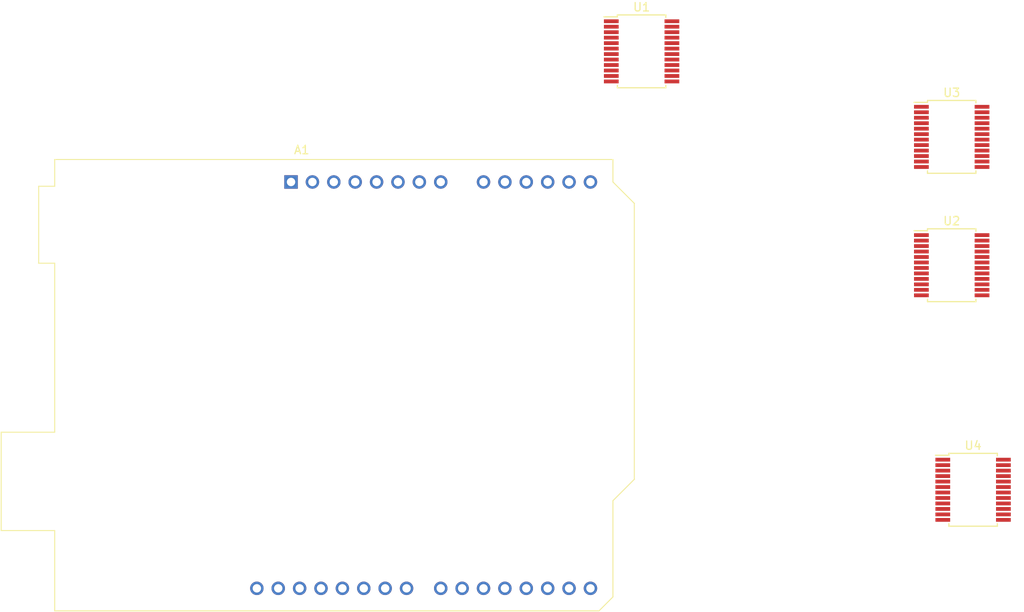
<source format=kicad_pcb>
(kicad_pcb (version 20171130) (host pcbnew "(5.1.10)-1")

  (general
    (thickness 1.6)
    (drawings 0)
    (tracks 0)
    (zones 0)
    (modules 5)
    (nets 127)
  )

  (page A4)
  (layers
    (0 F.Cu signal)
    (31 B.Cu signal)
    (32 B.Adhes user)
    (33 F.Adhes user)
    (34 B.Paste user)
    (35 F.Paste user)
    (36 B.SilkS user)
    (37 F.SilkS user)
    (38 B.Mask user)
    (39 F.Mask user)
    (40 Dwgs.User user)
    (41 Cmts.User user)
    (42 Eco1.User user)
    (43 Eco2.User user)
    (44 Edge.Cuts user)
    (45 Margin user)
    (46 B.CrtYd user)
    (47 F.CrtYd user)
    (48 B.Fab user)
    (49 F.Fab user)
  )

  (setup
    (last_trace_width 0.25)
    (trace_clearance 0.2)
    (zone_clearance 0.508)
    (zone_45_only no)
    (trace_min 0.2)
    (via_size 0.8)
    (via_drill 0.4)
    (via_min_size 0.4)
    (via_min_drill 0.3)
    (uvia_size 0.3)
    (uvia_drill 0.1)
    (uvias_allowed no)
    (uvia_min_size 0.2)
    (uvia_min_drill 0.1)
    (edge_width 0.05)
    (segment_width 0.2)
    (pcb_text_width 0.3)
    (pcb_text_size 1.5 1.5)
    (mod_edge_width 0.12)
    (mod_text_size 1 1)
    (mod_text_width 0.15)
    (pad_size 1.524 1.524)
    (pad_drill 0.762)
    (pad_to_mask_clearance 0)
    (aux_axis_origin 0 0)
    (visible_elements FFFFFF7F)
    (pcbplotparams
      (layerselection 0x010fc_ffffffff)
      (usegerberextensions false)
      (usegerberattributes true)
      (usegerberadvancedattributes true)
      (creategerberjobfile true)
      (excludeedgelayer true)
      (linewidth 0.100000)
      (plotframeref false)
      (viasonmask false)
      (mode 1)
      (useauxorigin false)
      (hpglpennumber 1)
      (hpglpenspeed 20)
      (hpglpendiameter 15.000000)
      (psnegative false)
      (psa4output false)
      (plotreference true)
      (plotvalue true)
      (plotinvisibletext false)
      (padsonsilk false)
      (subtractmaskfromsilk false)
      (outputformat 1)
      (mirror false)
      (drillshape 1)
      (scaleselection 1)
      (outputdirectory ""))
  )

  (net 0 "")
  (net 1 "Net-(A1-Pad29)")
  (net 2 "Net-(A1-Pad30)")
  (net 3 "Net-(A1-Pad1)")
  (net 4 "Net-(A1-Pad17)")
  (net 5 "Net-(A1-Pad2)")
  (net 6 "Net-(A1-Pad18)")
  (net 7 "Net-(A1-Pad3)")
  (net 8 "Net-(A1-Pad19)")
  (net 9 "Net-(A1-Pad4)")
  (net 10 "Net-(A1-Pad20)")
  (net 11 "Net-(A1-Pad5)")
  (net 12 "Net-(A1-Pad21)")
  (net 13 "Net-(A1-Pad6)")
  (net 14 "Net-(A1-Pad22)")
  (net 15 "Net-(A1-Pad7)")
  (net 16 "Net-(A1-Pad23)")
  (net 17 "Net-(A1-Pad8)")
  (net 18 "Net-(A1-Pad24)")
  (net 19 "Net-(A1-Pad9)")
  (net 20 "Net-(A1-Pad25)")
  (net 21 "Net-(A1-Pad10)")
  (net 22 "Net-(A1-Pad26)")
  (net 23 "Net-(A1-Pad11)")
  (net 24 "Net-(A1-Pad27)")
  (net 25 "Net-(A1-Pad12)")
  (net 26 "Net-(A1-Pad28)")
  (net 27 "Net-(A1-Pad13)")
  (net 28 "Net-(A1-Pad14)")
  (net 29 "Net-(A1-Pad15)")
  (net 30 "Net-(A1-Pad16)")
  (net 31 "Net-(U1-Pad1)")
  (net 32 "Net-(U1-Pad2)")
  (net 33 "Net-(U1-Pad3)")
  (net 34 "Net-(U1-Pad4)")
  (net 35 "Net-(U1-Pad5)")
  (net 36 "Net-(U1-Pad6)")
  (net 37 "Net-(U1-Pad7)")
  (net 38 "Net-(U1-Pad8)")
  (net 39 "Net-(U1-Pad9)")
  (net 40 "Net-(U1-Pad10)")
  (net 41 "Net-(U1-Pad11)")
  (net 42 "Net-(U1-Pad12)")
  (net 43 "Net-(U1-Pad13)")
  (net 44 "Net-(U1-Pad14)")
  (net 45 "Net-(U1-Pad15)")
  (net 46 "Net-(U1-Pad16)")
  (net 47 "Net-(U1-Pad17)")
  (net 48 "Net-(U1-Pad18)")
  (net 49 "Net-(U1-Pad19)")
  (net 50 "Net-(U1-Pad20)")
  (net 51 "Net-(U1-Pad21)")
  (net 52 "Net-(U1-Pad22)")
  (net 53 "Net-(U1-Pad23)")
  (net 54 "Net-(U1-Pad24)")
  (net 55 "Net-(U2-Pad24)")
  (net 56 "Net-(U2-Pad23)")
  (net 57 "Net-(U2-Pad22)")
  (net 58 "Net-(U2-Pad21)")
  (net 59 "Net-(U2-Pad20)")
  (net 60 "Net-(U2-Pad19)")
  (net 61 "Net-(U2-Pad18)")
  (net 62 "Net-(U2-Pad17)")
  (net 63 "Net-(U2-Pad16)")
  (net 64 "Net-(U2-Pad15)")
  (net 65 "Net-(U2-Pad14)")
  (net 66 "Net-(U2-Pad13)")
  (net 67 "Net-(U2-Pad12)")
  (net 68 "Net-(U2-Pad11)")
  (net 69 "Net-(U2-Pad10)")
  (net 70 "Net-(U2-Pad9)")
  (net 71 "Net-(U2-Pad8)")
  (net 72 "Net-(U2-Pad7)")
  (net 73 "Net-(U2-Pad6)")
  (net 74 "Net-(U2-Pad5)")
  (net 75 "Net-(U2-Pad4)")
  (net 76 "Net-(U2-Pad3)")
  (net 77 "Net-(U2-Pad2)")
  (net 78 "Net-(U2-Pad1)")
  (net 79 "Net-(U3-Pad24)")
  (net 80 "Net-(U3-Pad23)")
  (net 81 "Net-(U3-Pad22)")
  (net 82 "Net-(U3-Pad21)")
  (net 83 "Net-(U3-Pad20)")
  (net 84 "Net-(U3-Pad19)")
  (net 85 "Net-(U3-Pad18)")
  (net 86 "Net-(U3-Pad17)")
  (net 87 "Net-(U3-Pad16)")
  (net 88 "Net-(U3-Pad15)")
  (net 89 "Net-(U3-Pad14)")
  (net 90 "Net-(U3-Pad13)")
  (net 91 "Net-(U3-Pad12)")
  (net 92 "Net-(U3-Pad11)")
  (net 93 "Net-(U3-Pad10)")
  (net 94 "Net-(U3-Pad9)")
  (net 95 "Net-(U3-Pad8)")
  (net 96 "Net-(U3-Pad7)")
  (net 97 "Net-(U3-Pad6)")
  (net 98 "Net-(U3-Pad5)")
  (net 99 "Net-(U3-Pad4)")
  (net 100 "Net-(U3-Pad3)")
  (net 101 "Net-(U3-Pad2)")
  (net 102 "Net-(U3-Pad1)")
  (net 103 "Net-(U4-Pad1)")
  (net 104 "Net-(U4-Pad2)")
  (net 105 "Net-(U4-Pad3)")
  (net 106 "Net-(U4-Pad4)")
  (net 107 "Net-(U4-Pad5)")
  (net 108 "Net-(U4-Pad6)")
  (net 109 "Net-(U4-Pad7)")
  (net 110 "Net-(U4-Pad8)")
  (net 111 "Net-(U4-Pad9)")
  (net 112 "Net-(U4-Pad10)")
  (net 113 "Net-(U4-Pad11)")
  (net 114 "Net-(U4-Pad12)")
  (net 115 "Net-(U4-Pad13)")
  (net 116 "Net-(U4-Pad14)")
  (net 117 "Net-(U4-Pad15)")
  (net 118 "Net-(U4-Pad16)")
  (net 119 "Net-(U4-Pad17)")
  (net 120 "Net-(U4-Pad18)")
  (net 121 "Net-(U4-Pad19)")
  (net 122 "Net-(U4-Pad20)")
  (net 123 "Net-(U4-Pad21)")
  (net 124 "Net-(U4-Pad22)")
  (net 125 "Net-(U4-Pad23)")
  (net 126 "Net-(U4-Pad24)")

  (net_class Default "This is the default net class."
    (clearance 0.2)
    (trace_width 0.25)
    (via_dia 0.8)
    (via_drill 0.4)
    (uvia_dia 0.3)
    (uvia_drill 0.1)
    (add_net "Net-(A1-Pad1)")
    (add_net "Net-(A1-Pad10)")
    (add_net "Net-(A1-Pad11)")
    (add_net "Net-(A1-Pad12)")
    (add_net "Net-(A1-Pad13)")
    (add_net "Net-(A1-Pad14)")
    (add_net "Net-(A1-Pad15)")
    (add_net "Net-(A1-Pad16)")
    (add_net "Net-(A1-Pad17)")
    (add_net "Net-(A1-Pad18)")
    (add_net "Net-(A1-Pad19)")
    (add_net "Net-(A1-Pad2)")
    (add_net "Net-(A1-Pad20)")
    (add_net "Net-(A1-Pad21)")
    (add_net "Net-(A1-Pad22)")
    (add_net "Net-(A1-Pad23)")
    (add_net "Net-(A1-Pad24)")
    (add_net "Net-(A1-Pad25)")
    (add_net "Net-(A1-Pad26)")
    (add_net "Net-(A1-Pad27)")
    (add_net "Net-(A1-Pad28)")
    (add_net "Net-(A1-Pad29)")
    (add_net "Net-(A1-Pad3)")
    (add_net "Net-(A1-Pad30)")
    (add_net "Net-(A1-Pad4)")
    (add_net "Net-(A1-Pad5)")
    (add_net "Net-(A1-Pad6)")
    (add_net "Net-(A1-Pad7)")
    (add_net "Net-(A1-Pad8)")
    (add_net "Net-(A1-Pad9)")
    (add_net "Net-(U1-Pad1)")
    (add_net "Net-(U1-Pad10)")
    (add_net "Net-(U1-Pad11)")
    (add_net "Net-(U1-Pad12)")
    (add_net "Net-(U1-Pad13)")
    (add_net "Net-(U1-Pad14)")
    (add_net "Net-(U1-Pad15)")
    (add_net "Net-(U1-Pad16)")
    (add_net "Net-(U1-Pad17)")
    (add_net "Net-(U1-Pad18)")
    (add_net "Net-(U1-Pad19)")
    (add_net "Net-(U1-Pad2)")
    (add_net "Net-(U1-Pad20)")
    (add_net "Net-(U1-Pad21)")
    (add_net "Net-(U1-Pad22)")
    (add_net "Net-(U1-Pad23)")
    (add_net "Net-(U1-Pad24)")
    (add_net "Net-(U1-Pad3)")
    (add_net "Net-(U1-Pad4)")
    (add_net "Net-(U1-Pad5)")
    (add_net "Net-(U1-Pad6)")
    (add_net "Net-(U1-Pad7)")
    (add_net "Net-(U1-Pad8)")
    (add_net "Net-(U1-Pad9)")
    (add_net "Net-(U2-Pad1)")
    (add_net "Net-(U2-Pad10)")
    (add_net "Net-(U2-Pad11)")
    (add_net "Net-(U2-Pad12)")
    (add_net "Net-(U2-Pad13)")
    (add_net "Net-(U2-Pad14)")
    (add_net "Net-(U2-Pad15)")
    (add_net "Net-(U2-Pad16)")
    (add_net "Net-(U2-Pad17)")
    (add_net "Net-(U2-Pad18)")
    (add_net "Net-(U2-Pad19)")
    (add_net "Net-(U2-Pad2)")
    (add_net "Net-(U2-Pad20)")
    (add_net "Net-(U2-Pad21)")
    (add_net "Net-(U2-Pad22)")
    (add_net "Net-(U2-Pad23)")
    (add_net "Net-(U2-Pad24)")
    (add_net "Net-(U2-Pad3)")
    (add_net "Net-(U2-Pad4)")
    (add_net "Net-(U2-Pad5)")
    (add_net "Net-(U2-Pad6)")
    (add_net "Net-(U2-Pad7)")
    (add_net "Net-(U2-Pad8)")
    (add_net "Net-(U2-Pad9)")
    (add_net "Net-(U3-Pad1)")
    (add_net "Net-(U3-Pad10)")
    (add_net "Net-(U3-Pad11)")
    (add_net "Net-(U3-Pad12)")
    (add_net "Net-(U3-Pad13)")
    (add_net "Net-(U3-Pad14)")
    (add_net "Net-(U3-Pad15)")
    (add_net "Net-(U3-Pad16)")
    (add_net "Net-(U3-Pad17)")
    (add_net "Net-(U3-Pad18)")
    (add_net "Net-(U3-Pad19)")
    (add_net "Net-(U3-Pad2)")
    (add_net "Net-(U3-Pad20)")
    (add_net "Net-(U3-Pad21)")
    (add_net "Net-(U3-Pad22)")
    (add_net "Net-(U3-Pad23)")
    (add_net "Net-(U3-Pad24)")
    (add_net "Net-(U3-Pad3)")
    (add_net "Net-(U3-Pad4)")
    (add_net "Net-(U3-Pad5)")
    (add_net "Net-(U3-Pad6)")
    (add_net "Net-(U3-Pad7)")
    (add_net "Net-(U3-Pad8)")
    (add_net "Net-(U3-Pad9)")
    (add_net "Net-(U4-Pad1)")
    (add_net "Net-(U4-Pad10)")
    (add_net "Net-(U4-Pad11)")
    (add_net "Net-(U4-Pad12)")
    (add_net "Net-(U4-Pad13)")
    (add_net "Net-(U4-Pad14)")
    (add_net "Net-(U4-Pad15)")
    (add_net "Net-(U4-Pad16)")
    (add_net "Net-(U4-Pad17)")
    (add_net "Net-(U4-Pad18)")
    (add_net "Net-(U4-Pad19)")
    (add_net "Net-(U4-Pad2)")
    (add_net "Net-(U4-Pad20)")
    (add_net "Net-(U4-Pad21)")
    (add_net "Net-(U4-Pad22)")
    (add_net "Net-(U4-Pad23)")
    (add_net "Net-(U4-Pad24)")
    (add_net "Net-(U4-Pad3)")
    (add_net "Net-(U4-Pad4)")
    (add_net "Net-(U4-Pad5)")
    (add_net "Net-(U4-Pad6)")
    (add_net "Net-(U4-Pad7)")
    (add_net "Net-(U4-Pad8)")
    (add_net "Net-(U4-Pad9)")
  )

  (module Module:Arduino_UNO_R2 (layer F.Cu) (tedit 58AB6071) (tstamp 6111417C)
    (at 117.115001 86.635001)
    (descr "Arduino UNO R2, http://www.mouser.com/pdfdocs/Gravitech_Arduino_Nano3_0.pdf")
    (tags "Arduino UNO R2")
    (path /61117073)
    (fp_text reference A1 (at 1.27 -3.81 180) (layer F.SilkS)
      (effects (font (size 1 1) (thickness 0.15)))
    )
    (fp_text value Arduino_UNO_R2 (at 0 21.59) (layer F.Fab)
      (effects (font (size 1 1) (thickness 0.15)))
    )
    (fp_line (start -27.94 -2.54) (end 38.1 -2.54) (layer F.Fab) (width 0.1))
    (fp_line (start -27.94 50.8) (end -27.94 -2.54) (layer F.Fab) (width 0.1))
    (fp_line (start 36.58 50.8) (end -27.94 50.8) (layer F.Fab) (width 0.1))
    (fp_line (start 38.1 49.28) (end 36.58 50.8) (layer F.Fab) (width 0.1))
    (fp_line (start 38.1 0) (end 40.64 2.54) (layer F.Fab) (width 0.1))
    (fp_line (start 38.1 -2.54) (end 38.1 0) (layer F.Fab) (width 0.1))
    (fp_line (start 40.64 35.31) (end 38.1 37.85) (layer F.Fab) (width 0.1))
    (fp_line (start 40.64 2.54) (end 40.64 35.31) (layer F.Fab) (width 0.1))
    (fp_line (start 38.1 37.85) (end 38.1 49.28) (layer F.Fab) (width 0.1))
    (fp_line (start -29.84 9.53) (end -29.84 0.64) (layer F.Fab) (width 0.1))
    (fp_line (start -16.51 9.53) (end -29.84 9.53) (layer F.Fab) (width 0.1))
    (fp_line (start -16.51 0.64) (end -16.51 9.53) (layer F.Fab) (width 0.1))
    (fp_line (start -29.84 0.64) (end -16.51 0.64) (layer F.Fab) (width 0.1))
    (fp_line (start -34.29 41.27) (end -34.29 29.84) (layer F.Fab) (width 0.1))
    (fp_line (start -18.41 41.27) (end -34.29 41.27) (layer F.Fab) (width 0.1))
    (fp_line (start -18.41 29.84) (end -18.41 41.27) (layer F.Fab) (width 0.1))
    (fp_line (start -34.29 29.84) (end -18.41 29.84) (layer F.Fab) (width 0.1))
    (fp_line (start 38.23 37.85) (end 40.77 35.31) (layer F.SilkS) (width 0.12))
    (fp_line (start 38.23 49.28) (end 38.23 37.85) (layer F.SilkS) (width 0.12))
    (fp_line (start 36.58 50.93) (end 38.23 49.28) (layer F.SilkS) (width 0.12))
    (fp_line (start -28.07 50.93) (end 36.58 50.93) (layer F.SilkS) (width 0.12))
    (fp_line (start -28.07 41.4) (end -28.07 50.93) (layer F.SilkS) (width 0.12))
    (fp_line (start -34.42 41.4) (end -28.07 41.4) (layer F.SilkS) (width 0.12))
    (fp_line (start -34.42 29.72) (end -34.42 41.4) (layer F.SilkS) (width 0.12))
    (fp_line (start -28.07 29.72) (end -34.42 29.72) (layer F.SilkS) (width 0.12))
    (fp_line (start -28.07 9.65) (end -28.07 29.72) (layer F.SilkS) (width 0.12))
    (fp_line (start -29.97 9.65) (end -28.07 9.65) (layer F.SilkS) (width 0.12))
    (fp_line (start -29.97 0.51) (end -29.97 9.65) (layer F.SilkS) (width 0.12))
    (fp_line (start -28.07 0.51) (end -29.97 0.51) (layer F.SilkS) (width 0.12))
    (fp_line (start -28.07 -2.67) (end -28.07 0.51) (layer F.SilkS) (width 0.12))
    (fp_line (start 38.23 -2.67) (end -28.07 -2.67) (layer F.SilkS) (width 0.12))
    (fp_line (start 38.23 0) (end 38.23 -2.67) (layer F.SilkS) (width 0.12))
    (fp_line (start 40.77 2.54) (end 38.23 0) (layer F.SilkS) (width 0.12))
    (fp_line (start 40.77 35.31) (end 40.77 2.54) (layer F.SilkS) (width 0.12))
    (fp_line (start -28.19 -2.79) (end 38.35 -2.79) (layer F.CrtYd) (width 0.05))
    (fp_line (start -28.19 0.38) (end -28.19 -2.79) (layer F.CrtYd) (width 0.05))
    (fp_line (start -30.1 0.38) (end -28.19 0.38) (layer F.CrtYd) (width 0.05))
    (fp_line (start -30.1 9.78) (end -30.1 0.38) (layer F.CrtYd) (width 0.05))
    (fp_line (start -28.19 9.78) (end -30.1 9.78) (layer F.CrtYd) (width 0.05))
    (fp_line (start -28.19 29.59) (end -28.19 9.78) (layer F.CrtYd) (width 0.05))
    (fp_line (start -34.54 29.59) (end -28.19 29.59) (layer F.CrtYd) (width 0.05))
    (fp_line (start -34.54 41.53) (end -34.54 29.59) (layer F.CrtYd) (width 0.05))
    (fp_line (start -28.19 41.53) (end -34.54 41.53) (layer F.CrtYd) (width 0.05))
    (fp_line (start -28.19 51.05) (end -28.19 41.53) (layer F.CrtYd) (width 0.05))
    (fp_line (start 36.58 51.05) (end -28.19 51.05) (layer F.CrtYd) (width 0.05))
    (fp_line (start 38.35 49.28) (end 36.58 51.05) (layer F.CrtYd) (width 0.05))
    (fp_line (start 38.35 37.85) (end 38.35 49.28) (layer F.CrtYd) (width 0.05))
    (fp_line (start 40.89 35.31) (end 38.35 37.85) (layer F.CrtYd) (width 0.05))
    (fp_line (start 40.89 2.54) (end 40.89 35.31) (layer F.CrtYd) (width 0.05))
    (fp_line (start 38.35 0) (end 40.89 2.54) (layer F.CrtYd) (width 0.05))
    (fp_line (start 38.35 -2.79) (end 38.35 0) (layer F.CrtYd) (width 0.05))
    (fp_text user %R (at 0 19.05 180) (layer F.Fab)
      (effects (font (size 1 1) (thickness 0.15)))
    )
    (pad 29 thru_hole oval (at -1.52 48.26 90) (size 1.6 1.6) (drill 1) (layers *.Cu *.Mask)
      (net 1 "Net-(A1-Pad29)"))
    (pad 30 thru_hole oval (at -4.06 48.26 90) (size 1.6 1.6) (drill 1) (layers *.Cu *.Mask)
      (net 2 "Net-(A1-Pad30)"))
    (pad 1 thru_hole rect (at 0 0 90) (size 1.6 1.6) (drill 1) (layers *.Cu *.Mask)
      (net 3 "Net-(A1-Pad1)"))
    (pad 17 thru_hole oval (at 30.48 48.26 90) (size 1.6 1.6) (drill 1) (layers *.Cu *.Mask)
      (net 4 "Net-(A1-Pad17)"))
    (pad 2 thru_hole oval (at 2.54 0 90) (size 1.6 1.6) (drill 1) (layers *.Cu *.Mask)
      (net 5 "Net-(A1-Pad2)"))
    (pad 18 thru_hole oval (at 27.94 48.26 90) (size 1.6 1.6) (drill 1) (layers *.Cu *.Mask)
      (net 6 "Net-(A1-Pad18)"))
    (pad 3 thru_hole oval (at 5.08 0 90) (size 1.6 1.6) (drill 1) (layers *.Cu *.Mask)
      (net 7 "Net-(A1-Pad3)"))
    (pad 19 thru_hole oval (at 25.4 48.26 90) (size 1.6 1.6) (drill 1) (layers *.Cu *.Mask)
      (net 8 "Net-(A1-Pad19)"))
    (pad 4 thru_hole oval (at 7.62 0 90) (size 1.6 1.6) (drill 1) (layers *.Cu *.Mask)
      (net 9 "Net-(A1-Pad4)"))
    (pad 20 thru_hole oval (at 22.86 48.26 90) (size 1.6 1.6) (drill 1) (layers *.Cu *.Mask)
      (net 10 "Net-(A1-Pad20)"))
    (pad 5 thru_hole oval (at 10.16 0 90) (size 1.6 1.6) (drill 1) (layers *.Cu *.Mask)
      (net 11 "Net-(A1-Pad5)"))
    (pad 21 thru_hole oval (at 20.32 48.26 90) (size 1.6 1.6) (drill 1) (layers *.Cu *.Mask)
      (net 12 "Net-(A1-Pad21)"))
    (pad 6 thru_hole oval (at 12.7 0 90) (size 1.6 1.6) (drill 1) (layers *.Cu *.Mask)
      (net 13 "Net-(A1-Pad6)"))
    (pad 22 thru_hole oval (at 17.78 48.26 90) (size 1.6 1.6) (drill 1) (layers *.Cu *.Mask)
      (net 14 "Net-(A1-Pad22)"))
    (pad 7 thru_hole oval (at 15.24 0 90) (size 1.6 1.6) (drill 1) (layers *.Cu *.Mask)
      (net 15 "Net-(A1-Pad7)"))
    (pad 23 thru_hole oval (at 13.72 48.26 90) (size 1.6 1.6) (drill 1) (layers *.Cu *.Mask)
      (net 16 "Net-(A1-Pad23)"))
    (pad 8 thru_hole oval (at 17.78 0 90) (size 1.6 1.6) (drill 1) (layers *.Cu *.Mask)
      (net 17 "Net-(A1-Pad8)"))
    (pad 24 thru_hole oval (at 11.18 48.26 90) (size 1.6 1.6) (drill 1) (layers *.Cu *.Mask)
      (net 18 "Net-(A1-Pad24)"))
    (pad 9 thru_hole oval (at 22.86 0 90) (size 1.6 1.6) (drill 1) (layers *.Cu *.Mask)
      (net 19 "Net-(A1-Pad9)"))
    (pad 25 thru_hole oval (at 8.64 48.26 90) (size 1.6 1.6) (drill 1) (layers *.Cu *.Mask)
      (net 20 "Net-(A1-Pad25)"))
    (pad 10 thru_hole oval (at 25.4 0 90) (size 1.6 1.6) (drill 1) (layers *.Cu *.Mask)
      (net 21 "Net-(A1-Pad10)"))
    (pad 26 thru_hole oval (at 6.1 48.26 90) (size 1.6 1.6) (drill 1) (layers *.Cu *.Mask)
      (net 22 "Net-(A1-Pad26)"))
    (pad 11 thru_hole oval (at 27.94 0 90) (size 1.6 1.6) (drill 1) (layers *.Cu *.Mask)
      (net 23 "Net-(A1-Pad11)"))
    (pad 27 thru_hole oval (at 3.56 48.26 90) (size 1.6 1.6) (drill 1) (layers *.Cu *.Mask)
      (net 24 "Net-(A1-Pad27)"))
    (pad 12 thru_hole oval (at 30.48 0 90) (size 1.6 1.6) (drill 1) (layers *.Cu *.Mask)
      (net 25 "Net-(A1-Pad12)"))
    (pad 28 thru_hole oval (at 1.02 48.26 90) (size 1.6 1.6) (drill 1) (layers *.Cu *.Mask)
      (net 26 "Net-(A1-Pad28)"))
    (pad 13 thru_hole oval (at 33.02 0 90) (size 1.6 1.6) (drill 1) (layers *.Cu *.Mask)
      (net 27 "Net-(A1-Pad13)"))
    (pad 14 thru_hole oval (at 35.56 0 90) (size 1.6 1.6) (drill 1) (layers *.Cu *.Mask)
      (net 28 "Net-(A1-Pad14)"))
    (pad 15 thru_hole oval (at 35.56 48.26 90) (size 1.6 1.6) (drill 1) (layers *.Cu *.Mask)
      (net 29 "Net-(A1-Pad15)"))
    (pad 16 thru_hole oval (at 33.02 48.26 90) (size 1.6 1.6) (drill 1) (layers *.Cu *.Mask)
      (net 30 "Net-(A1-Pad16)"))
    (model ${KISYS3DMOD}/Module.3dshapes/Arduino_UNO_R2.wrl
      (at (xyz 0 0 0))
      (scale (xyz 1 1 1))
      (rotate (xyz 0 0 0))
    )
  )

  (module Package_SO:SSOP-24_5.3x8.2mm_P0.65mm (layer F.Cu) (tedit 5A02F25C) (tstamp 611141A9)
    (at 158.75 71.12)
    (descr "24-Lead Plastic Shrink Small Outline (SS)-5.30 mm Body [SSOP] (see Microchip Packaging Specification 00000049BS.pdf)")
    (tags "SSOP 0.65")
    (path /61113ECA)
    (attr smd)
    (fp_text reference U1 (at 0 -5.25) (layer F.SilkS)
      (effects (font (size 1 1) (thickness 0.15)))
    )
    (fp_text value CD74HC4067SM (at 0 5.25) (layer F.Fab)
      (effects (font (size 1 1) (thickness 0.15)))
    )
    (fp_line (start -2.875 -4.1) (end -4.475 -4.1) (layer F.SilkS) (width 0.15))
    (fp_line (start -2.875 4.325) (end 2.875 4.325) (layer F.SilkS) (width 0.15))
    (fp_line (start -2.875 -4.325) (end 2.875 -4.325) (layer F.SilkS) (width 0.15))
    (fp_line (start -2.875 4.325) (end -2.875 4.025) (layer F.SilkS) (width 0.15))
    (fp_line (start 2.875 4.325) (end 2.875 4.025) (layer F.SilkS) (width 0.15))
    (fp_line (start 2.875 -4.325) (end 2.875 -4.025) (layer F.SilkS) (width 0.15))
    (fp_line (start -2.875 -4.325) (end -2.875 -4.1) (layer F.SilkS) (width 0.15))
    (fp_line (start -4.75 4.5) (end 4.75 4.5) (layer F.CrtYd) (width 0.05))
    (fp_line (start -4.75 -4.5) (end 4.75 -4.5) (layer F.CrtYd) (width 0.05))
    (fp_line (start 4.75 -4.5) (end 4.75 4.5) (layer F.CrtYd) (width 0.05))
    (fp_line (start -4.75 -4.5) (end -4.75 4.5) (layer F.CrtYd) (width 0.05))
    (fp_line (start -2.65 -3.1) (end -1.65 -4.1) (layer F.Fab) (width 0.15))
    (fp_line (start -2.65 4.1) (end -2.65 -3.1) (layer F.Fab) (width 0.15))
    (fp_line (start 2.65 4.1) (end -2.65 4.1) (layer F.Fab) (width 0.15))
    (fp_line (start 2.65 -4.1) (end 2.65 4.1) (layer F.Fab) (width 0.15))
    (fp_line (start -1.65 -4.1) (end 2.65 -4.1) (layer F.Fab) (width 0.15))
    (fp_text user %R (at 0 0) (layer F.Fab)
      (effects (font (size 0.8 0.8) (thickness 0.15)))
    )
    (pad 1 smd rect (at -3.6 -3.575) (size 1.75 0.45) (layers F.Cu F.Paste F.Mask)
      (net 31 "Net-(U1-Pad1)"))
    (pad 2 smd rect (at -3.6 -2.925) (size 1.75 0.45) (layers F.Cu F.Paste F.Mask)
      (net 32 "Net-(U1-Pad2)"))
    (pad 3 smd rect (at -3.6 -2.275) (size 1.75 0.45) (layers F.Cu F.Paste F.Mask)
      (net 33 "Net-(U1-Pad3)"))
    (pad 4 smd rect (at -3.6 -1.625) (size 1.75 0.45) (layers F.Cu F.Paste F.Mask)
      (net 34 "Net-(U1-Pad4)"))
    (pad 5 smd rect (at -3.6 -0.975) (size 1.75 0.45) (layers F.Cu F.Paste F.Mask)
      (net 35 "Net-(U1-Pad5)"))
    (pad 6 smd rect (at -3.6 -0.325) (size 1.75 0.45) (layers F.Cu F.Paste F.Mask)
      (net 36 "Net-(U1-Pad6)"))
    (pad 7 smd rect (at -3.6 0.325) (size 1.75 0.45) (layers F.Cu F.Paste F.Mask)
      (net 37 "Net-(U1-Pad7)"))
    (pad 8 smd rect (at -3.6 0.975) (size 1.75 0.45) (layers F.Cu F.Paste F.Mask)
      (net 38 "Net-(U1-Pad8)"))
    (pad 9 smd rect (at -3.6 1.625) (size 1.75 0.45) (layers F.Cu F.Paste F.Mask)
      (net 39 "Net-(U1-Pad9)"))
    (pad 10 smd rect (at -3.6 2.275) (size 1.75 0.45) (layers F.Cu F.Paste F.Mask)
      (net 40 "Net-(U1-Pad10)"))
    (pad 11 smd rect (at -3.6 2.925) (size 1.75 0.45) (layers F.Cu F.Paste F.Mask)
      (net 41 "Net-(U1-Pad11)"))
    (pad 12 smd rect (at -3.6 3.575) (size 1.75 0.45) (layers F.Cu F.Paste F.Mask)
      (net 42 "Net-(U1-Pad12)"))
    (pad 13 smd rect (at 3.6 3.575) (size 1.75 0.45) (layers F.Cu F.Paste F.Mask)
      (net 43 "Net-(U1-Pad13)"))
    (pad 14 smd rect (at 3.6 2.925) (size 1.75 0.45) (layers F.Cu F.Paste F.Mask)
      (net 44 "Net-(U1-Pad14)"))
    (pad 15 smd rect (at 3.6 2.275) (size 1.75 0.45) (layers F.Cu F.Paste F.Mask)
      (net 45 "Net-(U1-Pad15)"))
    (pad 16 smd rect (at 3.6 1.625) (size 1.75 0.45) (layers F.Cu F.Paste F.Mask)
      (net 46 "Net-(U1-Pad16)"))
    (pad 17 smd rect (at 3.6 0.975) (size 1.75 0.45) (layers F.Cu F.Paste F.Mask)
      (net 47 "Net-(U1-Pad17)"))
    (pad 18 smd rect (at 3.6 0.325) (size 1.75 0.45) (layers F.Cu F.Paste F.Mask)
      (net 48 "Net-(U1-Pad18)"))
    (pad 19 smd rect (at 3.6 -0.325) (size 1.75 0.45) (layers F.Cu F.Paste F.Mask)
      (net 49 "Net-(U1-Pad19)"))
    (pad 20 smd rect (at 3.6 -0.975) (size 1.75 0.45) (layers F.Cu F.Paste F.Mask)
      (net 50 "Net-(U1-Pad20)"))
    (pad 21 smd rect (at 3.6 -1.625) (size 1.75 0.45) (layers F.Cu F.Paste F.Mask)
      (net 51 "Net-(U1-Pad21)"))
    (pad 22 smd rect (at 3.6 -2.275) (size 1.75 0.45) (layers F.Cu F.Paste F.Mask)
      (net 52 "Net-(U1-Pad22)"))
    (pad 23 smd rect (at 3.6 -2.925) (size 1.75 0.45) (layers F.Cu F.Paste F.Mask)
      (net 53 "Net-(U1-Pad23)"))
    (pad 24 smd rect (at 3.6 -3.575) (size 1.75 0.45) (layers F.Cu F.Paste F.Mask)
      (net 54 "Net-(U1-Pad24)"))
    (model ${KISYS3DMOD}/Package_SO.3dshapes/SSOP-24_5.3x8.2mm_P0.65mm.wrl
      (at (xyz 0 0 0))
      (scale (xyz 1 1 1))
      (rotate (xyz 0 0 0))
    )
  )

  (module Package_SO:SSOP-24_5.3x8.2mm_P0.65mm (layer F.Cu) (tedit 5A02F25C) (tstamp 611141D6)
    (at 195.58 96.52)
    (descr "24-Lead Plastic Shrink Small Outline (SS)-5.30 mm Body [SSOP] (see Microchip Packaging Specification 00000049BS.pdf)")
    (tags "SSOP 0.65")
    (path /61114C67)
    (attr smd)
    (fp_text reference U2 (at 0 -5.25) (layer F.SilkS)
      (effects (font (size 1 1) (thickness 0.15)))
    )
    (fp_text value CD74HC4067SM (at 0 5.25) (layer F.Fab)
      (effects (font (size 1 1) (thickness 0.15)))
    )
    (fp_text user %R (at 0 0) (layer F.Fab)
      (effects (font (size 0.8 0.8) (thickness 0.15)))
    )
    (fp_line (start -1.65 -4.1) (end 2.65 -4.1) (layer F.Fab) (width 0.15))
    (fp_line (start 2.65 -4.1) (end 2.65 4.1) (layer F.Fab) (width 0.15))
    (fp_line (start 2.65 4.1) (end -2.65 4.1) (layer F.Fab) (width 0.15))
    (fp_line (start -2.65 4.1) (end -2.65 -3.1) (layer F.Fab) (width 0.15))
    (fp_line (start -2.65 -3.1) (end -1.65 -4.1) (layer F.Fab) (width 0.15))
    (fp_line (start -4.75 -4.5) (end -4.75 4.5) (layer F.CrtYd) (width 0.05))
    (fp_line (start 4.75 -4.5) (end 4.75 4.5) (layer F.CrtYd) (width 0.05))
    (fp_line (start -4.75 -4.5) (end 4.75 -4.5) (layer F.CrtYd) (width 0.05))
    (fp_line (start -4.75 4.5) (end 4.75 4.5) (layer F.CrtYd) (width 0.05))
    (fp_line (start -2.875 -4.325) (end -2.875 -4.1) (layer F.SilkS) (width 0.15))
    (fp_line (start 2.875 -4.325) (end 2.875 -4.025) (layer F.SilkS) (width 0.15))
    (fp_line (start 2.875 4.325) (end 2.875 4.025) (layer F.SilkS) (width 0.15))
    (fp_line (start -2.875 4.325) (end -2.875 4.025) (layer F.SilkS) (width 0.15))
    (fp_line (start -2.875 -4.325) (end 2.875 -4.325) (layer F.SilkS) (width 0.15))
    (fp_line (start -2.875 4.325) (end 2.875 4.325) (layer F.SilkS) (width 0.15))
    (fp_line (start -2.875 -4.1) (end -4.475 -4.1) (layer F.SilkS) (width 0.15))
    (pad 24 smd rect (at 3.6 -3.575) (size 1.75 0.45) (layers F.Cu F.Paste F.Mask)
      (net 55 "Net-(U2-Pad24)"))
    (pad 23 smd rect (at 3.6 -2.925) (size 1.75 0.45) (layers F.Cu F.Paste F.Mask)
      (net 56 "Net-(U2-Pad23)"))
    (pad 22 smd rect (at 3.6 -2.275) (size 1.75 0.45) (layers F.Cu F.Paste F.Mask)
      (net 57 "Net-(U2-Pad22)"))
    (pad 21 smd rect (at 3.6 -1.625) (size 1.75 0.45) (layers F.Cu F.Paste F.Mask)
      (net 58 "Net-(U2-Pad21)"))
    (pad 20 smd rect (at 3.6 -0.975) (size 1.75 0.45) (layers F.Cu F.Paste F.Mask)
      (net 59 "Net-(U2-Pad20)"))
    (pad 19 smd rect (at 3.6 -0.325) (size 1.75 0.45) (layers F.Cu F.Paste F.Mask)
      (net 60 "Net-(U2-Pad19)"))
    (pad 18 smd rect (at 3.6 0.325) (size 1.75 0.45) (layers F.Cu F.Paste F.Mask)
      (net 61 "Net-(U2-Pad18)"))
    (pad 17 smd rect (at 3.6 0.975) (size 1.75 0.45) (layers F.Cu F.Paste F.Mask)
      (net 62 "Net-(U2-Pad17)"))
    (pad 16 smd rect (at 3.6 1.625) (size 1.75 0.45) (layers F.Cu F.Paste F.Mask)
      (net 63 "Net-(U2-Pad16)"))
    (pad 15 smd rect (at 3.6 2.275) (size 1.75 0.45) (layers F.Cu F.Paste F.Mask)
      (net 64 "Net-(U2-Pad15)"))
    (pad 14 smd rect (at 3.6 2.925) (size 1.75 0.45) (layers F.Cu F.Paste F.Mask)
      (net 65 "Net-(U2-Pad14)"))
    (pad 13 smd rect (at 3.6 3.575) (size 1.75 0.45) (layers F.Cu F.Paste F.Mask)
      (net 66 "Net-(U2-Pad13)"))
    (pad 12 smd rect (at -3.6 3.575) (size 1.75 0.45) (layers F.Cu F.Paste F.Mask)
      (net 67 "Net-(U2-Pad12)"))
    (pad 11 smd rect (at -3.6 2.925) (size 1.75 0.45) (layers F.Cu F.Paste F.Mask)
      (net 68 "Net-(U2-Pad11)"))
    (pad 10 smd rect (at -3.6 2.275) (size 1.75 0.45) (layers F.Cu F.Paste F.Mask)
      (net 69 "Net-(U2-Pad10)"))
    (pad 9 smd rect (at -3.6 1.625) (size 1.75 0.45) (layers F.Cu F.Paste F.Mask)
      (net 70 "Net-(U2-Pad9)"))
    (pad 8 smd rect (at -3.6 0.975) (size 1.75 0.45) (layers F.Cu F.Paste F.Mask)
      (net 71 "Net-(U2-Pad8)"))
    (pad 7 smd rect (at -3.6 0.325) (size 1.75 0.45) (layers F.Cu F.Paste F.Mask)
      (net 72 "Net-(U2-Pad7)"))
    (pad 6 smd rect (at -3.6 -0.325) (size 1.75 0.45) (layers F.Cu F.Paste F.Mask)
      (net 73 "Net-(U2-Pad6)"))
    (pad 5 smd rect (at -3.6 -0.975) (size 1.75 0.45) (layers F.Cu F.Paste F.Mask)
      (net 74 "Net-(U2-Pad5)"))
    (pad 4 smd rect (at -3.6 -1.625) (size 1.75 0.45) (layers F.Cu F.Paste F.Mask)
      (net 75 "Net-(U2-Pad4)"))
    (pad 3 smd rect (at -3.6 -2.275) (size 1.75 0.45) (layers F.Cu F.Paste F.Mask)
      (net 76 "Net-(U2-Pad3)"))
    (pad 2 smd rect (at -3.6 -2.925) (size 1.75 0.45) (layers F.Cu F.Paste F.Mask)
      (net 77 "Net-(U2-Pad2)"))
    (pad 1 smd rect (at -3.6 -3.575) (size 1.75 0.45) (layers F.Cu F.Paste F.Mask)
      (net 78 "Net-(U2-Pad1)"))
    (model ${KISYS3DMOD}/Package_SO.3dshapes/SSOP-24_5.3x8.2mm_P0.65mm.wrl
      (at (xyz 0 0 0))
      (scale (xyz 1 1 1))
      (rotate (xyz 0 0 0))
    )
  )

  (module Package_SO:SSOP-24_5.3x8.2mm_P0.65mm (layer F.Cu) (tedit 5A02F25C) (tstamp 61114203)
    (at 195.58 81.28)
    (descr "24-Lead Plastic Shrink Small Outline (SS)-5.30 mm Body [SSOP] (see Microchip Packaging Specification 00000049BS.pdf)")
    (tags "SSOP 0.65")
    (path /6111307E)
    (attr smd)
    (fp_text reference U3 (at 0 -5.25) (layer F.SilkS)
      (effects (font (size 1 1) (thickness 0.15)))
    )
    (fp_text value CD74HC4067SM (at 0 5.25) (layer F.Fab)
      (effects (font (size 1 1) (thickness 0.15)))
    )
    (fp_text user %R (at 0 0) (layer F.Fab)
      (effects (font (size 0.8 0.8) (thickness 0.15)))
    )
    (fp_line (start -1.65 -4.1) (end 2.65 -4.1) (layer F.Fab) (width 0.15))
    (fp_line (start 2.65 -4.1) (end 2.65 4.1) (layer F.Fab) (width 0.15))
    (fp_line (start 2.65 4.1) (end -2.65 4.1) (layer F.Fab) (width 0.15))
    (fp_line (start -2.65 4.1) (end -2.65 -3.1) (layer F.Fab) (width 0.15))
    (fp_line (start -2.65 -3.1) (end -1.65 -4.1) (layer F.Fab) (width 0.15))
    (fp_line (start -4.75 -4.5) (end -4.75 4.5) (layer F.CrtYd) (width 0.05))
    (fp_line (start 4.75 -4.5) (end 4.75 4.5) (layer F.CrtYd) (width 0.05))
    (fp_line (start -4.75 -4.5) (end 4.75 -4.5) (layer F.CrtYd) (width 0.05))
    (fp_line (start -4.75 4.5) (end 4.75 4.5) (layer F.CrtYd) (width 0.05))
    (fp_line (start -2.875 -4.325) (end -2.875 -4.1) (layer F.SilkS) (width 0.15))
    (fp_line (start 2.875 -4.325) (end 2.875 -4.025) (layer F.SilkS) (width 0.15))
    (fp_line (start 2.875 4.325) (end 2.875 4.025) (layer F.SilkS) (width 0.15))
    (fp_line (start -2.875 4.325) (end -2.875 4.025) (layer F.SilkS) (width 0.15))
    (fp_line (start -2.875 -4.325) (end 2.875 -4.325) (layer F.SilkS) (width 0.15))
    (fp_line (start -2.875 4.325) (end 2.875 4.325) (layer F.SilkS) (width 0.15))
    (fp_line (start -2.875 -4.1) (end -4.475 -4.1) (layer F.SilkS) (width 0.15))
    (pad 24 smd rect (at 3.6 -3.575) (size 1.75 0.45) (layers F.Cu F.Paste F.Mask)
      (net 79 "Net-(U3-Pad24)"))
    (pad 23 smd rect (at 3.6 -2.925) (size 1.75 0.45) (layers F.Cu F.Paste F.Mask)
      (net 80 "Net-(U3-Pad23)"))
    (pad 22 smd rect (at 3.6 -2.275) (size 1.75 0.45) (layers F.Cu F.Paste F.Mask)
      (net 81 "Net-(U3-Pad22)"))
    (pad 21 smd rect (at 3.6 -1.625) (size 1.75 0.45) (layers F.Cu F.Paste F.Mask)
      (net 82 "Net-(U3-Pad21)"))
    (pad 20 smd rect (at 3.6 -0.975) (size 1.75 0.45) (layers F.Cu F.Paste F.Mask)
      (net 83 "Net-(U3-Pad20)"))
    (pad 19 smd rect (at 3.6 -0.325) (size 1.75 0.45) (layers F.Cu F.Paste F.Mask)
      (net 84 "Net-(U3-Pad19)"))
    (pad 18 smd rect (at 3.6 0.325) (size 1.75 0.45) (layers F.Cu F.Paste F.Mask)
      (net 85 "Net-(U3-Pad18)"))
    (pad 17 smd rect (at 3.6 0.975) (size 1.75 0.45) (layers F.Cu F.Paste F.Mask)
      (net 86 "Net-(U3-Pad17)"))
    (pad 16 smd rect (at 3.6 1.625) (size 1.75 0.45) (layers F.Cu F.Paste F.Mask)
      (net 87 "Net-(U3-Pad16)"))
    (pad 15 smd rect (at 3.6 2.275) (size 1.75 0.45) (layers F.Cu F.Paste F.Mask)
      (net 88 "Net-(U3-Pad15)"))
    (pad 14 smd rect (at 3.6 2.925) (size 1.75 0.45) (layers F.Cu F.Paste F.Mask)
      (net 89 "Net-(U3-Pad14)"))
    (pad 13 smd rect (at 3.6 3.575) (size 1.75 0.45) (layers F.Cu F.Paste F.Mask)
      (net 90 "Net-(U3-Pad13)"))
    (pad 12 smd rect (at -3.6 3.575) (size 1.75 0.45) (layers F.Cu F.Paste F.Mask)
      (net 91 "Net-(U3-Pad12)"))
    (pad 11 smd rect (at -3.6 2.925) (size 1.75 0.45) (layers F.Cu F.Paste F.Mask)
      (net 92 "Net-(U3-Pad11)"))
    (pad 10 smd rect (at -3.6 2.275) (size 1.75 0.45) (layers F.Cu F.Paste F.Mask)
      (net 93 "Net-(U3-Pad10)"))
    (pad 9 smd rect (at -3.6 1.625) (size 1.75 0.45) (layers F.Cu F.Paste F.Mask)
      (net 94 "Net-(U3-Pad9)"))
    (pad 8 smd rect (at -3.6 0.975) (size 1.75 0.45) (layers F.Cu F.Paste F.Mask)
      (net 95 "Net-(U3-Pad8)"))
    (pad 7 smd rect (at -3.6 0.325) (size 1.75 0.45) (layers F.Cu F.Paste F.Mask)
      (net 96 "Net-(U3-Pad7)"))
    (pad 6 smd rect (at -3.6 -0.325) (size 1.75 0.45) (layers F.Cu F.Paste F.Mask)
      (net 97 "Net-(U3-Pad6)"))
    (pad 5 smd rect (at -3.6 -0.975) (size 1.75 0.45) (layers F.Cu F.Paste F.Mask)
      (net 98 "Net-(U3-Pad5)"))
    (pad 4 smd rect (at -3.6 -1.625) (size 1.75 0.45) (layers F.Cu F.Paste F.Mask)
      (net 99 "Net-(U3-Pad4)"))
    (pad 3 smd rect (at -3.6 -2.275) (size 1.75 0.45) (layers F.Cu F.Paste F.Mask)
      (net 100 "Net-(U3-Pad3)"))
    (pad 2 smd rect (at -3.6 -2.925) (size 1.75 0.45) (layers F.Cu F.Paste F.Mask)
      (net 101 "Net-(U3-Pad2)"))
    (pad 1 smd rect (at -3.6 -3.575) (size 1.75 0.45) (layers F.Cu F.Paste F.Mask)
      (net 102 "Net-(U3-Pad1)"))
    (model ${KISYS3DMOD}/Package_SO.3dshapes/SSOP-24_5.3x8.2mm_P0.65mm.wrl
      (at (xyz 0 0 0))
      (scale (xyz 1 1 1))
      (rotate (xyz 0 0 0))
    )
  )

  (module Package_SO:SSOP-24_5.3x8.2mm_P0.65mm (layer F.Cu) (tedit 5A02F25C) (tstamp 61114230)
    (at 198.12 123.19)
    (descr "24-Lead Plastic Shrink Small Outline (SS)-5.30 mm Body [SSOP] (see Microchip Packaging Specification 00000049BS.pdf)")
    (tags "SSOP 0.65")
    (path /6110E922)
    (attr smd)
    (fp_text reference U4 (at 0 -5.25) (layer F.SilkS)
      (effects (font (size 1 1) (thickness 0.15)))
    )
    (fp_text value CD74HC4067SM (at 0 5.25) (layer F.Fab)
      (effects (font (size 1 1) (thickness 0.15)))
    )
    (fp_line (start -2.875 -4.1) (end -4.475 -4.1) (layer F.SilkS) (width 0.15))
    (fp_line (start -2.875 4.325) (end 2.875 4.325) (layer F.SilkS) (width 0.15))
    (fp_line (start -2.875 -4.325) (end 2.875 -4.325) (layer F.SilkS) (width 0.15))
    (fp_line (start -2.875 4.325) (end -2.875 4.025) (layer F.SilkS) (width 0.15))
    (fp_line (start 2.875 4.325) (end 2.875 4.025) (layer F.SilkS) (width 0.15))
    (fp_line (start 2.875 -4.325) (end 2.875 -4.025) (layer F.SilkS) (width 0.15))
    (fp_line (start -2.875 -4.325) (end -2.875 -4.1) (layer F.SilkS) (width 0.15))
    (fp_line (start -4.75 4.5) (end 4.75 4.5) (layer F.CrtYd) (width 0.05))
    (fp_line (start -4.75 -4.5) (end 4.75 -4.5) (layer F.CrtYd) (width 0.05))
    (fp_line (start 4.75 -4.5) (end 4.75 4.5) (layer F.CrtYd) (width 0.05))
    (fp_line (start -4.75 -4.5) (end -4.75 4.5) (layer F.CrtYd) (width 0.05))
    (fp_line (start -2.65 -3.1) (end -1.65 -4.1) (layer F.Fab) (width 0.15))
    (fp_line (start -2.65 4.1) (end -2.65 -3.1) (layer F.Fab) (width 0.15))
    (fp_line (start 2.65 4.1) (end -2.65 4.1) (layer F.Fab) (width 0.15))
    (fp_line (start 2.65 -4.1) (end 2.65 4.1) (layer F.Fab) (width 0.15))
    (fp_line (start -1.65 -4.1) (end 2.65 -4.1) (layer F.Fab) (width 0.15))
    (fp_text user %R (at 0 0) (layer F.Fab)
      (effects (font (size 0.8 0.8) (thickness 0.15)))
    )
    (pad 1 smd rect (at -3.6 -3.575) (size 1.75 0.45) (layers F.Cu F.Paste F.Mask)
      (net 103 "Net-(U4-Pad1)"))
    (pad 2 smd rect (at -3.6 -2.925) (size 1.75 0.45) (layers F.Cu F.Paste F.Mask)
      (net 104 "Net-(U4-Pad2)"))
    (pad 3 smd rect (at -3.6 -2.275) (size 1.75 0.45) (layers F.Cu F.Paste F.Mask)
      (net 105 "Net-(U4-Pad3)"))
    (pad 4 smd rect (at -3.6 -1.625) (size 1.75 0.45) (layers F.Cu F.Paste F.Mask)
      (net 106 "Net-(U4-Pad4)"))
    (pad 5 smd rect (at -3.6 -0.975) (size 1.75 0.45) (layers F.Cu F.Paste F.Mask)
      (net 107 "Net-(U4-Pad5)"))
    (pad 6 smd rect (at -3.6 -0.325) (size 1.75 0.45) (layers F.Cu F.Paste F.Mask)
      (net 108 "Net-(U4-Pad6)"))
    (pad 7 smd rect (at -3.6 0.325) (size 1.75 0.45) (layers F.Cu F.Paste F.Mask)
      (net 109 "Net-(U4-Pad7)"))
    (pad 8 smd rect (at -3.6 0.975) (size 1.75 0.45) (layers F.Cu F.Paste F.Mask)
      (net 110 "Net-(U4-Pad8)"))
    (pad 9 smd rect (at -3.6 1.625) (size 1.75 0.45) (layers F.Cu F.Paste F.Mask)
      (net 111 "Net-(U4-Pad9)"))
    (pad 10 smd rect (at -3.6 2.275) (size 1.75 0.45) (layers F.Cu F.Paste F.Mask)
      (net 112 "Net-(U4-Pad10)"))
    (pad 11 smd rect (at -3.6 2.925) (size 1.75 0.45) (layers F.Cu F.Paste F.Mask)
      (net 113 "Net-(U4-Pad11)"))
    (pad 12 smd rect (at -3.6 3.575) (size 1.75 0.45) (layers F.Cu F.Paste F.Mask)
      (net 114 "Net-(U4-Pad12)"))
    (pad 13 smd rect (at 3.6 3.575) (size 1.75 0.45) (layers F.Cu F.Paste F.Mask)
      (net 115 "Net-(U4-Pad13)"))
    (pad 14 smd rect (at 3.6 2.925) (size 1.75 0.45) (layers F.Cu F.Paste F.Mask)
      (net 116 "Net-(U4-Pad14)"))
    (pad 15 smd rect (at 3.6 2.275) (size 1.75 0.45) (layers F.Cu F.Paste F.Mask)
      (net 117 "Net-(U4-Pad15)"))
    (pad 16 smd rect (at 3.6 1.625) (size 1.75 0.45) (layers F.Cu F.Paste F.Mask)
      (net 118 "Net-(U4-Pad16)"))
    (pad 17 smd rect (at 3.6 0.975) (size 1.75 0.45) (layers F.Cu F.Paste F.Mask)
      (net 119 "Net-(U4-Pad17)"))
    (pad 18 smd rect (at 3.6 0.325) (size 1.75 0.45) (layers F.Cu F.Paste F.Mask)
      (net 120 "Net-(U4-Pad18)"))
    (pad 19 smd rect (at 3.6 -0.325) (size 1.75 0.45) (layers F.Cu F.Paste F.Mask)
      (net 121 "Net-(U4-Pad19)"))
    (pad 20 smd rect (at 3.6 -0.975) (size 1.75 0.45) (layers F.Cu F.Paste F.Mask)
      (net 122 "Net-(U4-Pad20)"))
    (pad 21 smd rect (at 3.6 -1.625) (size 1.75 0.45) (layers F.Cu F.Paste F.Mask)
      (net 123 "Net-(U4-Pad21)"))
    (pad 22 smd rect (at 3.6 -2.275) (size 1.75 0.45) (layers F.Cu F.Paste F.Mask)
      (net 124 "Net-(U4-Pad22)"))
    (pad 23 smd rect (at 3.6 -2.925) (size 1.75 0.45) (layers F.Cu F.Paste F.Mask)
      (net 125 "Net-(U4-Pad23)"))
    (pad 24 smd rect (at 3.6 -3.575) (size 1.75 0.45) (layers F.Cu F.Paste F.Mask)
      (net 126 "Net-(U4-Pad24)"))
    (model ${KISYS3DMOD}/Package_SO.3dshapes/SSOP-24_5.3x8.2mm_P0.65mm.wrl
      (at (xyz 0 0 0))
      (scale (xyz 1 1 1))
      (rotate (xyz 0 0 0))
    )
  )

)

</source>
